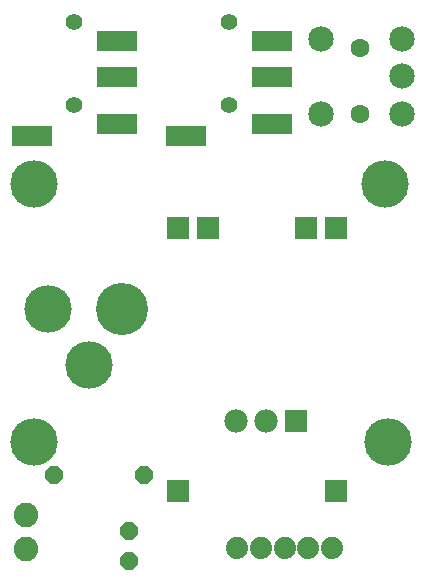
<source format=gts>
G75*
%MOIN*%
%OFA0B0*%
%FSLAX25Y25*%
%IPPOS*%
%LPD*%
%AMOC8*
5,1,8,0,0,1.08239X$1,22.5*
%
%ADD10C,0.15800*%
%ADD11C,0.08200*%
%ADD12C,0.07800*%
%ADD13R,0.07800X0.07800*%
%ADD14OC8,0.06000*%
%ADD15C,0.07400*%
%ADD16R,0.07400X0.07400*%
%ADD17C,0.08477*%
%ADD18C,0.06312*%
%ADD19R,0.13300X0.06800*%
%ADD20C,0.05524*%
%ADD21C,0.17398*%
%ADD22C,0.15824*%
D10*
X0029063Y0057026D03*
X0029063Y0143026D03*
X0146063Y0143026D03*
X0147063Y0057026D03*
D11*
X0026610Y0021310D03*
X0026610Y0032710D03*
D12*
X0096291Y0064152D03*
X0106291Y0064152D03*
D13*
X0116291Y0064152D03*
D14*
X0065638Y0046100D03*
X0060909Y0027234D03*
X0060909Y0017234D03*
X0035638Y0046100D03*
D15*
X0096933Y0021526D03*
X0104807Y0021526D03*
X0112681Y0021526D03*
X0120555Y0021526D03*
X0128429Y0021526D03*
D16*
X0129681Y0040699D03*
X0077181Y0040699D03*
X0077181Y0128199D03*
X0087181Y0128199D03*
X0119681Y0128199D03*
X0129681Y0128199D03*
D17*
X0124629Y0166443D03*
X0124629Y0191443D03*
X0151929Y0191443D03*
X0151929Y0178943D03*
X0151929Y0166443D03*
D18*
X0137929Y0166443D03*
X0137929Y0188443D03*
D19*
X0108360Y0190593D03*
X0108360Y0178781D03*
X0108360Y0163033D03*
X0079860Y0158991D03*
X0056809Y0163033D03*
X0056809Y0178781D03*
X0056809Y0190593D03*
X0028309Y0158991D03*
D20*
X0042559Y0169333D03*
X0042559Y0196892D03*
X0094110Y0196892D03*
X0094110Y0169333D03*
D21*
X0058543Y0101451D03*
D22*
X0047323Y0082553D03*
X0033937Y0101451D03*
M02*

</source>
